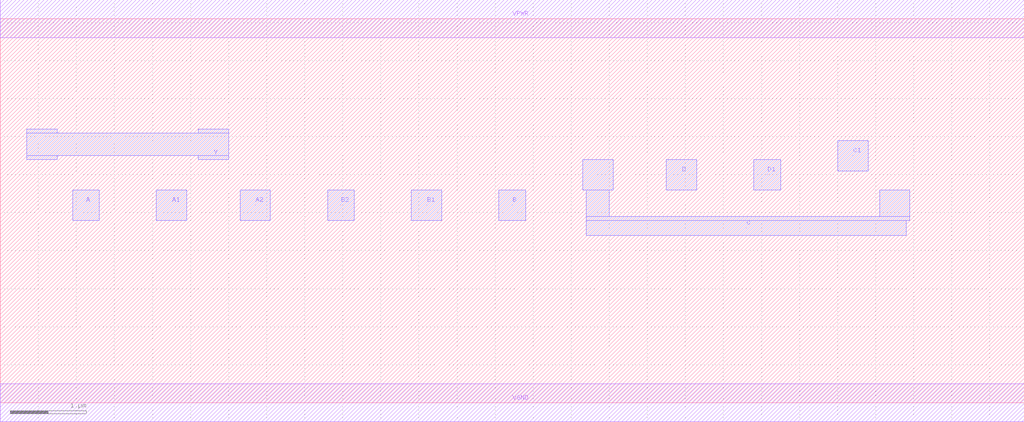
<source format=lef>
VERSION 5.7 ;
  NOWIREEXTENSIONATPIN ON ;
  DIVIDERCHAR "/" ;
  BUSBITCHARS "[]" ;
MACRO AAAOAI3322
  CLASS CORE ;
  FOREIGN AAAOAI3322 ;
  ORIGIN 0.000 0.000 ;
  SIZE 13.450 BY 5.050 ;
  SYMMETRY X Y R90 ;
  SITE unit ;
  PIN VPWR
    DIRECTION INOUT ;
    USE POWER ;
    SHAPE ABUTMENT ;
    PORT
      LAYER Metal1 ;
        RECT 0.000 4.800 13.450 5.300 ;
    END
  END VPWR
  PIN VGND
    DIRECTION INOUT ;
    USE GROUND ;
    SHAPE ABUTMENT ;
    PORT
      LAYER Metal1 ;
        RECT 0.000 -0.250 13.450 0.250 ;
    END
  END VGND
  PIN Y
    DIRECTION INOUT ;
    USE SIGNAL ;
    SHAPE ABUTMENT ;
    PORT
      LAYER Metal2 ;
        RECT 0.350 3.550 0.750 3.600 ;
        RECT 2.600 3.550 3.000 3.600 ;
        RECT 0.350 3.250 3.000 3.550 ;
        RECT 0.350 3.200 0.750 3.250 ;
        RECT 2.600 3.200 3.000 3.250 ;
    END
  END Y
  PIN B2
    DIRECTION INOUT ;
    USE SIGNAL ;
    SHAPE ABUTMENT ;
    PORT
      LAYER Metal2 ;
        RECT 4.300 2.400 4.650 2.800 ;
    END
  END B2
  PIN B1
    DIRECTION INOUT ;
    USE SIGNAL ;
    SHAPE ABUTMENT ;
    PORT
      LAYER Metal2 ;
        RECT 5.400 2.400 5.800 2.800 ;
    END
  END B1
  PIN A1
    DIRECTION INOUT ;
    USE SIGNAL ;
    SHAPE ABUTMENT ;
    PORT
      LAYER Metal2 ;
        RECT 2.050 2.400 2.450 2.800 ;
    END
  END A1
  PIN A2
    DIRECTION INOUT ;
    USE SIGNAL ;
    SHAPE ABUTMENT ;
    PORT
      LAYER Metal2 ;
        RECT 3.150 2.400 3.550 2.800 ;
    END
  END A2
  PIN B
    DIRECTION INOUT ;
    USE SIGNAL ;
    SHAPE ABUTMENT ;
    PORT
      LAYER Metal2 ;
        RECT 6.550 2.400 6.900 2.800 ;
    END
  END B
  PIN D1
    DIRECTION INOUT ;
    USE SIGNAL ;
    SHAPE ABUTMENT ;
    PORT
      LAYER Metal2 ;
        RECT 9.900 2.800 10.250 3.200 ;
    END
  END D1
  PIN D
    DIRECTION INOUT ;
    USE SIGNAL ;
    SHAPE ABUTMENT ;
    PORT
      LAYER Metal2 ;
        RECT 8.750 2.800 9.150 3.200 ;
    END
  END D
  PIN C1
    DIRECTION INOUT ;
    USE SIGNAL ;
    SHAPE ABUTMENT ;
    PORT
      LAYER Metal2 ;
        RECT 11.000 3.050 11.400 3.450 ;
    END
  END C1
  PIN C
    DIRECTION INOUT ;
    USE SIGNAL ;
    SHAPE ABUTMENT ;
    PORT
      LAYER Metal2 ;
        RECT 7.650 2.800 8.050 3.200 ;
        RECT 7.700 2.450 8.000 2.800 ;
        RECT 11.550 2.450 11.950 2.800 ;
        RECT 7.700 2.400 11.950 2.450 ;
        RECT 7.700 2.200 11.900 2.400 ;
    END
  END C
  PIN A
    DIRECTION INOUT ;
    USE SIGNAL ;
    SHAPE ABUTMENT ;
    PORT
      LAYER Metal2 ;
        RECT 0.950 2.400 1.300 2.800 ;
    END
  END A
END AAAOAI3322
END LIBRARY


</source>
